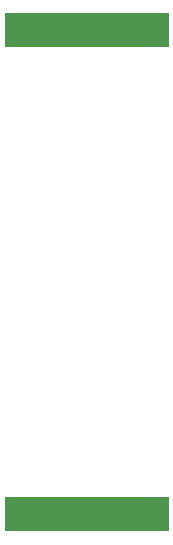
<source format=gbr>
%TF.GenerationSoftware,KiCad,Pcbnew,7.0.5*%
%TF.CreationDate,2024-01-23T00:39:16-05:00*%
%TF.ProjectId,SIDE,53494445-2e6b-4696-9361-645f70636258,rev?*%
%TF.SameCoordinates,Original*%
%TF.FileFunction,Paste,Top*%
%TF.FilePolarity,Positive*%
%FSLAX46Y46*%
G04 Gerber Fmt 4.6, Leading zero omitted, Abs format (unit mm)*
G04 Created by KiCad (PCBNEW 7.0.5) date 2024-01-23 00:39:16*
%MOMM*%
%LPD*%
G01*
G04 APERTURE LIST*
%ADD10R,14.000000X3.000000*%
G04 APERTURE END LIST*
D10*
%TO.C,SC2*%
X186720000Y-127018022D03*
X186720000Y-86018022D03*
%TD*%
M02*

</source>
